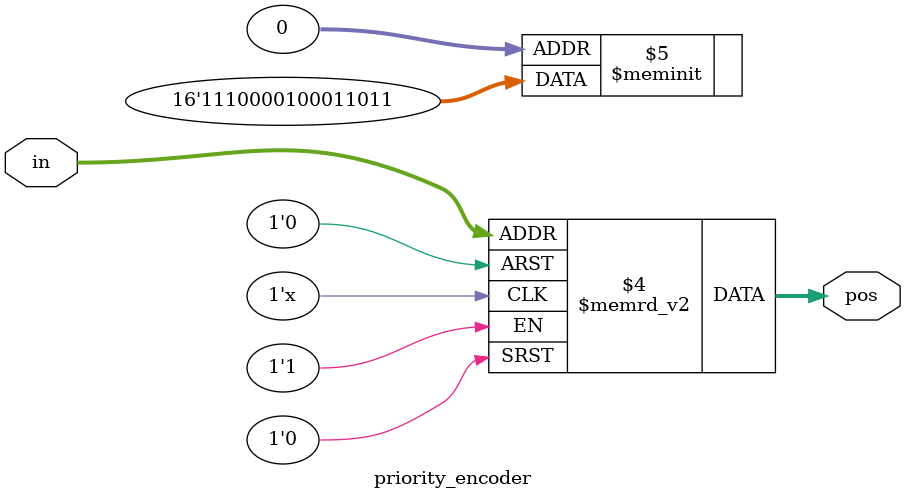
<source format=v>
module priority_encoder( 
input [2:0] in,
output reg [1:0] pos ); 
// When sel=1, assign b to out
always @( in or pos ) begin
pos = 2'b00;

 case (in)
3'b000:
 pos= 2'b11;

3'b001:
 pos= 2'b10;

3'b010:
 pos= 2'b01;

3'b011:
 pos= 2'b00;

3'b100:
 pos= 2'b01;

3'b101:
 pos= 2'b00;

3'b110:
 pos= 2'b10;

3'b111:
 pos= 2'b11;

endcase
end
endmodule

</source>
